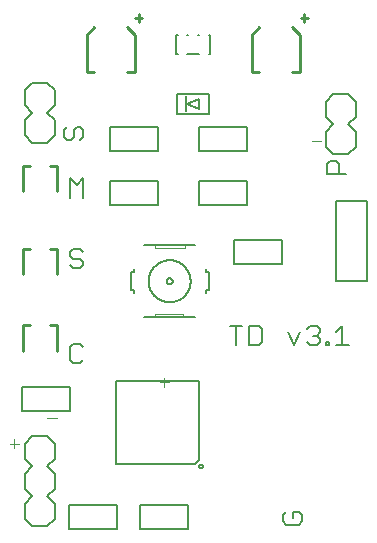
<source format=gto>
G75*
%MOIN*%
%OFA0B0*%
%FSLAX25Y25*%
%IPPOS*%
%LPD*%
%AMOC8*
5,1,8,0,0,1.08239X$1,22.5*
%
%ADD10C,0.00600*%
%ADD11C,0.00400*%
%ADD12C,0.00500*%
%ADD13C,0.00800*%
%ADD14C,0.00200*%
%ADD15C,0.01000*%
%ADD16R,0.00787X0.05512*%
D10*
X0037948Y0063481D02*
X0040083Y0063481D01*
X0041150Y0064549D01*
X0037948Y0063481D02*
X0036880Y0064549D01*
X0036880Y0068819D01*
X0037948Y0069887D01*
X0040083Y0069887D01*
X0041150Y0068819D01*
X0058045Y0086740D02*
X0058045Y0087740D01*
X0057045Y0087740D01*
X0057045Y0093740D01*
X0058045Y0093740D01*
X0058045Y0094740D01*
X0061545Y0102740D02*
X0065045Y0102740D01*
X0075045Y0102740D01*
X0078545Y0102740D01*
X0082045Y0094740D02*
X0082045Y0093740D01*
X0083045Y0093740D01*
X0083045Y0087740D01*
X0082045Y0087740D01*
X0082045Y0086740D01*
X0078545Y0078740D02*
X0074545Y0078740D01*
X0065045Y0078740D01*
X0061545Y0078740D01*
X0069045Y0090740D02*
X0069047Y0090803D01*
X0069053Y0090865D01*
X0069063Y0090927D01*
X0069076Y0090989D01*
X0069094Y0091049D01*
X0069115Y0091108D01*
X0069140Y0091166D01*
X0069169Y0091222D01*
X0069201Y0091276D01*
X0069236Y0091328D01*
X0069274Y0091377D01*
X0069316Y0091425D01*
X0069360Y0091469D01*
X0069408Y0091511D01*
X0069457Y0091549D01*
X0069509Y0091584D01*
X0069563Y0091616D01*
X0069619Y0091645D01*
X0069677Y0091670D01*
X0069736Y0091691D01*
X0069796Y0091709D01*
X0069858Y0091722D01*
X0069920Y0091732D01*
X0069982Y0091738D01*
X0070045Y0091740D01*
X0070108Y0091738D01*
X0070170Y0091732D01*
X0070232Y0091722D01*
X0070294Y0091709D01*
X0070354Y0091691D01*
X0070413Y0091670D01*
X0070471Y0091645D01*
X0070527Y0091616D01*
X0070581Y0091584D01*
X0070633Y0091549D01*
X0070682Y0091511D01*
X0070730Y0091469D01*
X0070774Y0091425D01*
X0070816Y0091377D01*
X0070854Y0091328D01*
X0070889Y0091276D01*
X0070921Y0091222D01*
X0070950Y0091166D01*
X0070975Y0091108D01*
X0070996Y0091049D01*
X0071014Y0090989D01*
X0071027Y0090927D01*
X0071037Y0090865D01*
X0071043Y0090803D01*
X0071045Y0090740D01*
X0071043Y0090677D01*
X0071037Y0090615D01*
X0071027Y0090553D01*
X0071014Y0090491D01*
X0070996Y0090431D01*
X0070975Y0090372D01*
X0070950Y0090314D01*
X0070921Y0090258D01*
X0070889Y0090204D01*
X0070854Y0090152D01*
X0070816Y0090103D01*
X0070774Y0090055D01*
X0070730Y0090011D01*
X0070682Y0089969D01*
X0070633Y0089931D01*
X0070581Y0089896D01*
X0070527Y0089864D01*
X0070471Y0089835D01*
X0070413Y0089810D01*
X0070354Y0089789D01*
X0070294Y0089771D01*
X0070232Y0089758D01*
X0070170Y0089748D01*
X0070108Y0089742D01*
X0070045Y0089740D01*
X0069982Y0089742D01*
X0069920Y0089748D01*
X0069858Y0089758D01*
X0069796Y0089771D01*
X0069736Y0089789D01*
X0069677Y0089810D01*
X0069619Y0089835D01*
X0069563Y0089864D01*
X0069509Y0089896D01*
X0069457Y0089931D01*
X0069408Y0089969D01*
X0069360Y0090011D01*
X0069316Y0090055D01*
X0069274Y0090103D01*
X0069236Y0090152D01*
X0069201Y0090204D01*
X0069169Y0090258D01*
X0069140Y0090314D01*
X0069115Y0090372D01*
X0069094Y0090431D01*
X0069076Y0090491D01*
X0069063Y0090553D01*
X0069053Y0090615D01*
X0069047Y0090677D01*
X0069045Y0090740D01*
X0063045Y0090740D02*
X0063047Y0090912D01*
X0063053Y0091083D01*
X0063064Y0091255D01*
X0063079Y0091426D01*
X0063098Y0091597D01*
X0063121Y0091767D01*
X0063148Y0091937D01*
X0063180Y0092106D01*
X0063215Y0092274D01*
X0063255Y0092441D01*
X0063299Y0092607D01*
X0063346Y0092772D01*
X0063398Y0092936D01*
X0063454Y0093098D01*
X0063514Y0093259D01*
X0063578Y0093419D01*
X0063646Y0093577D01*
X0063717Y0093733D01*
X0063792Y0093887D01*
X0063872Y0094040D01*
X0063954Y0094190D01*
X0064041Y0094339D01*
X0064131Y0094485D01*
X0064225Y0094629D01*
X0064322Y0094771D01*
X0064423Y0094910D01*
X0064527Y0095047D01*
X0064634Y0095181D01*
X0064745Y0095312D01*
X0064858Y0095441D01*
X0064975Y0095567D01*
X0065095Y0095690D01*
X0065218Y0095810D01*
X0065344Y0095927D01*
X0065473Y0096040D01*
X0065604Y0096151D01*
X0065738Y0096258D01*
X0065875Y0096362D01*
X0066014Y0096463D01*
X0066156Y0096560D01*
X0066300Y0096654D01*
X0066446Y0096744D01*
X0066595Y0096831D01*
X0066745Y0096913D01*
X0066898Y0096993D01*
X0067052Y0097068D01*
X0067208Y0097139D01*
X0067366Y0097207D01*
X0067526Y0097271D01*
X0067687Y0097331D01*
X0067849Y0097387D01*
X0068013Y0097439D01*
X0068178Y0097486D01*
X0068344Y0097530D01*
X0068511Y0097570D01*
X0068679Y0097605D01*
X0068848Y0097637D01*
X0069018Y0097664D01*
X0069188Y0097687D01*
X0069359Y0097706D01*
X0069530Y0097721D01*
X0069702Y0097732D01*
X0069873Y0097738D01*
X0070045Y0097740D01*
X0070217Y0097738D01*
X0070388Y0097732D01*
X0070560Y0097721D01*
X0070731Y0097706D01*
X0070902Y0097687D01*
X0071072Y0097664D01*
X0071242Y0097637D01*
X0071411Y0097605D01*
X0071579Y0097570D01*
X0071746Y0097530D01*
X0071912Y0097486D01*
X0072077Y0097439D01*
X0072241Y0097387D01*
X0072403Y0097331D01*
X0072564Y0097271D01*
X0072724Y0097207D01*
X0072882Y0097139D01*
X0073038Y0097068D01*
X0073192Y0096993D01*
X0073345Y0096913D01*
X0073495Y0096831D01*
X0073644Y0096744D01*
X0073790Y0096654D01*
X0073934Y0096560D01*
X0074076Y0096463D01*
X0074215Y0096362D01*
X0074352Y0096258D01*
X0074486Y0096151D01*
X0074617Y0096040D01*
X0074746Y0095927D01*
X0074872Y0095810D01*
X0074995Y0095690D01*
X0075115Y0095567D01*
X0075232Y0095441D01*
X0075345Y0095312D01*
X0075456Y0095181D01*
X0075563Y0095047D01*
X0075667Y0094910D01*
X0075768Y0094771D01*
X0075865Y0094629D01*
X0075959Y0094485D01*
X0076049Y0094339D01*
X0076136Y0094190D01*
X0076218Y0094040D01*
X0076298Y0093887D01*
X0076373Y0093733D01*
X0076444Y0093577D01*
X0076512Y0093419D01*
X0076576Y0093259D01*
X0076636Y0093098D01*
X0076692Y0092936D01*
X0076744Y0092772D01*
X0076791Y0092607D01*
X0076835Y0092441D01*
X0076875Y0092274D01*
X0076910Y0092106D01*
X0076942Y0091937D01*
X0076969Y0091767D01*
X0076992Y0091597D01*
X0077011Y0091426D01*
X0077026Y0091255D01*
X0077037Y0091083D01*
X0077043Y0090912D01*
X0077045Y0090740D01*
X0077043Y0090568D01*
X0077037Y0090397D01*
X0077026Y0090225D01*
X0077011Y0090054D01*
X0076992Y0089883D01*
X0076969Y0089713D01*
X0076942Y0089543D01*
X0076910Y0089374D01*
X0076875Y0089206D01*
X0076835Y0089039D01*
X0076791Y0088873D01*
X0076744Y0088708D01*
X0076692Y0088544D01*
X0076636Y0088382D01*
X0076576Y0088221D01*
X0076512Y0088061D01*
X0076444Y0087903D01*
X0076373Y0087747D01*
X0076298Y0087593D01*
X0076218Y0087440D01*
X0076136Y0087290D01*
X0076049Y0087141D01*
X0075959Y0086995D01*
X0075865Y0086851D01*
X0075768Y0086709D01*
X0075667Y0086570D01*
X0075563Y0086433D01*
X0075456Y0086299D01*
X0075345Y0086168D01*
X0075232Y0086039D01*
X0075115Y0085913D01*
X0074995Y0085790D01*
X0074872Y0085670D01*
X0074746Y0085553D01*
X0074617Y0085440D01*
X0074486Y0085329D01*
X0074352Y0085222D01*
X0074215Y0085118D01*
X0074076Y0085017D01*
X0073934Y0084920D01*
X0073790Y0084826D01*
X0073644Y0084736D01*
X0073495Y0084649D01*
X0073345Y0084567D01*
X0073192Y0084487D01*
X0073038Y0084412D01*
X0072882Y0084341D01*
X0072724Y0084273D01*
X0072564Y0084209D01*
X0072403Y0084149D01*
X0072241Y0084093D01*
X0072077Y0084041D01*
X0071912Y0083994D01*
X0071746Y0083950D01*
X0071579Y0083910D01*
X0071411Y0083875D01*
X0071242Y0083843D01*
X0071072Y0083816D01*
X0070902Y0083793D01*
X0070731Y0083774D01*
X0070560Y0083759D01*
X0070388Y0083748D01*
X0070217Y0083742D01*
X0070045Y0083740D01*
X0069873Y0083742D01*
X0069702Y0083748D01*
X0069530Y0083759D01*
X0069359Y0083774D01*
X0069188Y0083793D01*
X0069018Y0083816D01*
X0068848Y0083843D01*
X0068679Y0083875D01*
X0068511Y0083910D01*
X0068344Y0083950D01*
X0068178Y0083994D01*
X0068013Y0084041D01*
X0067849Y0084093D01*
X0067687Y0084149D01*
X0067526Y0084209D01*
X0067366Y0084273D01*
X0067208Y0084341D01*
X0067052Y0084412D01*
X0066898Y0084487D01*
X0066745Y0084567D01*
X0066595Y0084649D01*
X0066446Y0084736D01*
X0066300Y0084826D01*
X0066156Y0084920D01*
X0066014Y0085017D01*
X0065875Y0085118D01*
X0065738Y0085222D01*
X0065604Y0085329D01*
X0065473Y0085440D01*
X0065344Y0085553D01*
X0065218Y0085670D01*
X0065095Y0085790D01*
X0064975Y0085913D01*
X0064858Y0086039D01*
X0064745Y0086168D01*
X0064634Y0086299D01*
X0064527Y0086433D01*
X0064423Y0086570D01*
X0064322Y0086709D01*
X0064225Y0086851D01*
X0064131Y0086995D01*
X0064041Y0087141D01*
X0063954Y0087290D01*
X0063872Y0087440D01*
X0063792Y0087593D01*
X0063717Y0087747D01*
X0063646Y0087903D01*
X0063578Y0088061D01*
X0063514Y0088221D01*
X0063454Y0088382D01*
X0063398Y0088544D01*
X0063346Y0088708D01*
X0063299Y0088873D01*
X0063255Y0089039D01*
X0063215Y0089206D01*
X0063180Y0089374D01*
X0063148Y0089543D01*
X0063121Y0089713D01*
X0063098Y0089883D01*
X0063079Y0090054D01*
X0063064Y0090225D01*
X0063053Y0090397D01*
X0063047Y0090568D01*
X0063045Y0090740D01*
X0041150Y0096045D02*
X0040083Y0094977D01*
X0037948Y0094977D01*
X0036880Y0096045D01*
X0037948Y0098180D02*
X0040083Y0098180D01*
X0041150Y0097112D01*
X0041150Y0096045D01*
X0037948Y0098180D02*
X0036880Y0099247D01*
X0036880Y0100315D01*
X0037948Y0101383D01*
X0040083Y0101383D01*
X0041150Y0100315D01*
X0041150Y0118599D02*
X0041150Y0125005D01*
X0039015Y0122870D01*
X0036880Y0125005D01*
X0036880Y0118599D01*
X0037041Y0137744D02*
X0035974Y0137744D01*
X0034906Y0138812D01*
X0034906Y0140947D01*
X0035974Y0142015D01*
X0038109Y0140947D02*
X0038109Y0138812D01*
X0037041Y0137744D01*
X0040244Y0137744D02*
X0041312Y0138812D01*
X0041312Y0140947D01*
X0040244Y0142015D01*
X0039176Y0142015D01*
X0038109Y0140947D01*
X0072320Y0166291D02*
X0072690Y0166291D01*
X0072320Y0166291D02*
X0072320Y0172669D01*
X0072690Y0172669D01*
X0075863Y0172669D02*
X0076234Y0172669D01*
X0079604Y0172669D02*
X0079974Y0172669D01*
X0083147Y0172669D02*
X0083517Y0172669D01*
X0083517Y0166291D01*
X0083147Y0166291D01*
X0079974Y0166291D02*
X0075863Y0166291D01*
X0079887Y0151370D02*
X0079887Y0148220D01*
X0075950Y0149795D01*
X0079887Y0151370D01*
X0122394Y0129676D02*
X0122394Y0126473D01*
X0128800Y0126473D01*
X0126665Y0126473D02*
X0126665Y0129676D01*
X0125597Y0130744D01*
X0123462Y0130744D01*
X0122394Y0129676D01*
X0119014Y0075792D02*
X0116879Y0075792D01*
X0115812Y0074725D01*
X0113636Y0073657D02*
X0111501Y0069387D01*
X0109366Y0073657D01*
X0115812Y0070454D02*
X0116879Y0069387D01*
X0119014Y0069387D01*
X0120082Y0070454D01*
X0120082Y0071522D01*
X0119014Y0072589D01*
X0117947Y0072589D01*
X0119014Y0072589D02*
X0120082Y0073657D01*
X0120082Y0074725D01*
X0119014Y0075792D01*
X0122257Y0070454D02*
X0123325Y0070454D01*
X0123325Y0069387D01*
X0122257Y0069387D01*
X0122257Y0070454D01*
X0125480Y0069387D02*
X0129750Y0069387D01*
X0127615Y0069387D02*
X0127615Y0075792D01*
X0125480Y0073657D01*
X0100745Y0074725D02*
X0100745Y0070454D01*
X0099678Y0069387D01*
X0096475Y0069387D01*
X0096475Y0075792D01*
X0099678Y0075792D01*
X0100745Y0074725D01*
X0094300Y0075792D02*
X0090030Y0075792D01*
X0092165Y0075792D02*
X0092165Y0069387D01*
X0108895Y0013814D02*
X0107827Y0012747D01*
X0107827Y0010612D01*
X0108895Y0009544D01*
X0113165Y0009544D01*
X0114233Y0010612D01*
X0114233Y0012747D01*
X0113165Y0013814D01*
X0111030Y0013814D01*
X0111030Y0011679D01*
D11*
X0069771Y0057022D02*
X0066701Y0057022D01*
X0068236Y0058556D02*
X0068236Y0055487D01*
X0032369Y0045211D02*
X0029300Y0045211D01*
X0019771Y0036549D02*
X0016701Y0036549D01*
X0018236Y0038084D02*
X0018236Y0035015D01*
X0117489Y0137337D02*
X0120558Y0137337D01*
D12*
X0095761Y0133984D02*
X0079761Y0133984D01*
X0079761Y0141984D01*
X0095761Y0141984D01*
X0095761Y0133984D01*
X0095761Y0124268D02*
X0095761Y0116268D01*
X0079761Y0116268D01*
X0079761Y0124268D01*
X0095761Y0124268D01*
X0091572Y0104583D02*
X0107572Y0104583D01*
X0107572Y0096583D01*
X0091572Y0096583D01*
X0091572Y0104583D01*
X0066234Y0116268D02*
X0066234Y0124268D01*
X0050234Y0124268D01*
X0050234Y0116268D01*
X0066234Y0116268D01*
X0066234Y0133984D02*
X0050234Y0133984D01*
X0050234Y0141984D01*
X0066234Y0141984D01*
X0066234Y0133984D01*
X0072604Y0146547D02*
X0072604Y0153043D01*
X0083234Y0153043D01*
X0083234Y0146547D01*
X0072604Y0146547D01*
X0036706Y0055370D02*
X0020706Y0055370D01*
X0020706Y0047370D01*
X0036706Y0047370D01*
X0036706Y0055370D01*
X0036454Y0016000D02*
X0052454Y0016000D01*
X0052454Y0008000D01*
X0036454Y0008000D01*
X0036454Y0016000D01*
X0060076Y0016000D02*
X0060076Y0008000D01*
X0076076Y0008000D01*
X0076076Y0016000D01*
X0060076Y0016000D01*
D13*
X0024237Y0008969D02*
X0021737Y0011469D01*
X0021737Y0016469D01*
X0024237Y0018969D01*
X0021737Y0021469D01*
X0021737Y0026469D01*
X0024237Y0028969D01*
X0021737Y0031469D01*
X0021737Y0036469D01*
X0024237Y0038969D01*
X0029237Y0038969D01*
X0031737Y0036469D01*
X0031737Y0031469D01*
X0029237Y0028969D01*
X0031737Y0026469D01*
X0031737Y0021469D01*
X0029237Y0018969D01*
X0031737Y0016469D01*
X0031737Y0011469D01*
X0029237Y0008969D01*
X0024237Y0008969D01*
X0052308Y0029697D02*
X0078509Y0029697D01*
X0079907Y0031094D01*
X0079907Y0057295D01*
X0052308Y0057295D01*
X0052308Y0029697D01*
X0079908Y0028996D02*
X0079910Y0029045D01*
X0079916Y0029093D01*
X0079926Y0029141D01*
X0079940Y0029188D01*
X0079957Y0029234D01*
X0079978Y0029278D01*
X0080003Y0029320D01*
X0080031Y0029360D01*
X0080063Y0029398D01*
X0080097Y0029433D01*
X0080134Y0029465D01*
X0080173Y0029494D01*
X0080215Y0029520D01*
X0080259Y0029542D01*
X0080304Y0029560D01*
X0080351Y0029575D01*
X0080398Y0029586D01*
X0080447Y0029593D01*
X0080496Y0029596D01*
X0080545Y0029595D01*
X0080593Y0029590D01*
X0080642Y0029581D01*
X0080689Y0029568D01*
X0080735Y0029551D01*
X0080779Y0029531D01*
X0080822Y0029507D01*
X0080863Y0029480D01*
X0080901Y0029449D01*
X0080937Y0029416D01*
X0080969Y0029380D01*
X0080999Y0029341D01*
X0081026Y0029300D01*
X0081049Y0029256D01*
X0081068Y0029211D01*
X0081084Y0029165D01*
X0081096Y0029118D01*
X0081104Y0029069D01*
X0081108Y0029020D01*
X0081108Y0028972D01*
X0081104Y0028923D01*
X0081096Y0028874D01*
X0081084Y0028827D01*
X0081068Y0028781D01*
X0081049Y0028736D01*
X0081026Y0028692D01*
X0080999Y0028651D01*
X0080969Y0028612D01*
X0080937Y0028576D01*
X0080901Y0028543D01*
X0080863Y0028512D01*
X0080822Y0028485D01*
X0080779Y0028461D01*
X0080735Y0028441D01*
X0080689Y0028424D01*
X0080642Y0028411D01*
X0080593Y0028402D01*
X0080545Y0028397D01*
X0080496Y0028396D01*
X0080447Y0028399D01*
X0080398Y0028406D01*
X0080351Y0028417D01*
X0080304Y0028432D01*
X0080259Y0028450D01*
X0080215Y0028472D01*
X0080173Y0028498D01*
X0080134Y0028527D01*
X0080097Y0028559D01*
X0080063Y0028594D01*
X0080031Y0028632D01*
X0080003Y0028672D01*
X0079978Y0028714D01*
X0079957Y0028758D01*
X0079940Y0028804D01*
X0079926Y0028851D01*
X0079916Y0028899D01*
X0079910Y0028947D01*
X0079908Y0028996D01*
X0125556Y0090937D02*
X0125556Y0117315D01*
X0135793Y0117315D01*
X0135793Y0090937D01*
X0125556Y0090937D01*
X0124631Y0132984D02*
X0122131Y0135484D01*
X0122131Y0140484D01*
X0124631Y0142984D01*
X0122131Y0145484D01*
X0122131Y0150484D01*
X0124631Y0152984D01*
X0129631Y0152984D01*
X0132131Y0150484D01*
X0132131Y0145484D01*
X0129631Y0142984D01*
X0132131Y0140484D01*
X0132131Y0135484D01*
X0129631Y0132984D01*
X0124631Y0132984D01*
X0031737Y0139421D02*
X0031737Y0144421D01*
X0029237Y0146921D01*
X0031737Y0149421D01*
X0031737Y0154421D01*
X0029237Y0156921D01*
X0024237Y0156921D01*
X0021737Y0154421D01*
X0021737Y0149421D01*
X0024237Y0146921D01*
X0021737Y0144421D01*
X0021737Y0139421D01*
X0024237Y0136921D01*
X0029237Y0136921D01*
X0031737Y0139421D01*
D14*
X0065045Y0102740D02*
X0065045Y0101740D01*
X0075045Y0101740D01*
X0075045Y0102740D01*
X0074545Y0079740D02*
X0065045Y0079740D01*
X0065045Y0078740D01*
X0074545Y0078740D02*
X0074545Y0079740D01*
D15*
X0032446Y0075976D02*
X0032446Y0067512D01*
X0032446Y0075976D02*
X0030084Y0075976D01*
X0023391Y0075976D02*
X0021029Y0075976D01*
X0021029Y0067512D01*
X0021029Y0093102D02*
X0021029Y0101567D01*
X0023391Y0101567D01*
X0030084Y0101567D02*
X0032446Y0101567D01*
X0032446Y0093102D01*
X0032446Y0120661D02*
X0032446Y0129126D01*
X0030084Y0129126D01*
X0023391Y0129126D02*
X0021029Y0129126D01*
X0021029Y0120661D01*
X0042360Y0160386D02*
X0042360Y0172886D01*
X0044860Y0175386D01*
X0055860Y0175386D02*
X0058360Y0172886D01*
X0058360Y0160386D01*
X0055860Y0160386D01*
X0044860Y0160386D02*
X0042360Y0160386D01*
X0058627Y0178429D02*
X0060989Y0178429D01*
X0059808Y0177248D02*
X0059808Y0179610D01*
X0097478Y0172886D02*
X0097478Y0160386D01*
X0099978Y0160386D01*
X0097478Y0172886D02*
X0099978Y0175386D01*
X0110978Y0175386D02*
X0113478Y0172886D01*
X0113478Y0160386D01*
X0110978Y0160386D01*
X0114926Y0177248D02*
X0114926Y0179610D01*
X0116108Y0178429D02*
X0113745Y0178429D01*
D16*
X0075556Y0149795D03*
M02*

</source>
